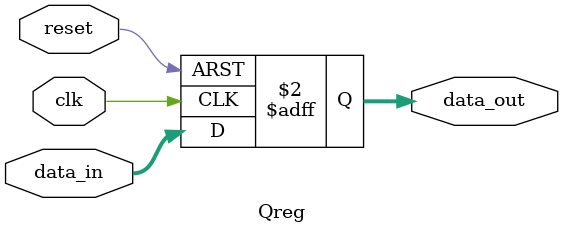
<source format=v>
module Qreg(
    input        clk,
    input        reset,
    input  [7:0] data_in,
    output reg [7:0] data_out
);

  // Register behavior: on each positive clock edge or reset,
  // if reset is high, clear the register; otherwise, update with data_in.
  always @(posedge clk or posedge reset) begin
    if (reset)
      data_out <= 8'b0;    // Reset condition: clear register
    else
      data_out <= data_in; // Update with the input data
  end

endmodule

</source>
